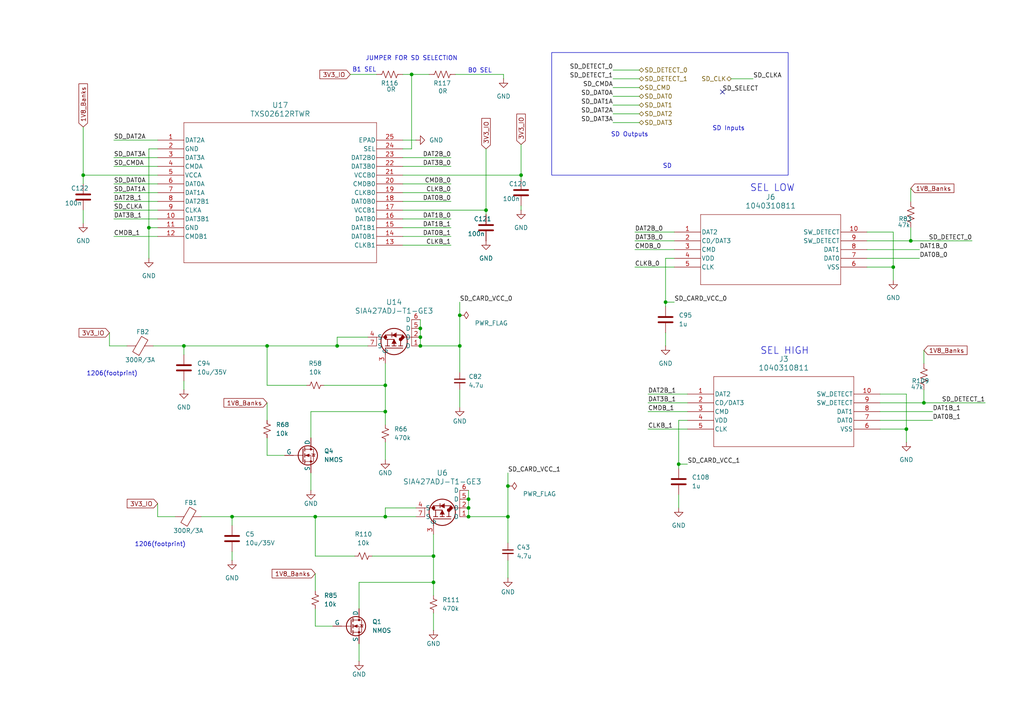
<source format=kicad_sch>
(kicad_sch (version 20231120) (generator "eeschema") (generator_version "8.0")
  (paper "A4")
  (lib_symbols
    (symbol "Device:C" (pin_numbers hide) (pin_names (offset 0.254))
      (property "Reference" "C" (at 0.635 2.54 0))
      (property "Value" "C" (at 0.635 -2.54 0))
      (symbol "C_0_1"
        (polyline (pts (xy -2.032 -0.762) (xy 2.032 -0.762)) (stroke (width 0.508)))
        (polyline (pts (xy -2.032 0.762) (xy 2.032 0.762)) (stroke (width 0.508)))
      )
      (symbol "C_1_1"
        (pin passive line (at 0 3.81 270) (length 2.794) (name "~") (number "1"))
        (pin passive line (at 0 -3.81 90) (length 2.794) (name "~") (number "2"))
      )
    )
    (symbol "Device:C_Small" (pin_numbers hide) (pin_names (offset 0.254) hide)
      (property "Reference" "C" (at 0.254 1.778 0))
      (property "Value" "C_Small" (at 0.254 -2.032 0))
      (symbol "C_Small_0_1"
        (polyline (pts (xy -1.524 -0.508) (xy 1.524 -0.508)) (stroke (width 0.3302)))
        (polyline (pts (xy -1.524 0.508) (xy 1.524 0.508)) (stroke (width 0.3048)))
      )
      (symbol "C_Small_1_1"
        (pin passive line (at 0 2.54 270) (length 2.032) (name "~") (number "1"))
        (pin passive line (at 0 -2.54 90) (length 2.032) (name "~") (number "2"))
      )
    )
    (symbol "Device:FerriteBead" (pin_numbers hide) (pin_names (offset 0))
      (property "Reference" "FB" (at -3.81 0.635 90))
      (property "Value" "FerriteBead" (at 3.81 0 90))
      (symbol "FerriteBead_0_1"
        (polyline (pts (xy 0 -1.27) (xy 0 -1.2192)))
        (polyline (pts (xy 0 1.27) (xy 0 1.2954)))
        (polyline (pts (xy -2.7686 0.4064) (xy -1.7018 2.2606) (xy 2.7686 -0.3048) (xy 1.6764 -2.159) (xy -2.7686 0.4064)))
      )
      (symbol "FerriteBead_1_1"
        (pin passive line (at 0 3.81 270) (length 2.54) (name "~") (number "1"))
        (pin passive line (at 0 -3.81 90) (length 2.54) (name "~") (number "2"))
      )
    )
    (symbol "Device:R_Small_US" (pin_numbers hide) (pin_names (offset 0.254) hide)
      (property "Reference" "R" (at 0.762 0.508 0))
      (property "Value" "R_Small_US" (at 0.762 -1.016 0))
      (symbol "R_Small_US_1_1"
        (polyline (pts (xy 0 0) (xy 1.016 -0.381) (xy 0 -0.762) (xy -1.016 -1.143) (xy 0 -1.524)))
        (polyline (pts (xy 0 1.524) (xy 1.016 1.143) (xy 0 0.762) (xy -1.016 0.381) (xy 0 0)))
        (pin passive line (at 0 2.54 270) (length 1.016) (name "~") (number "1"))
        (pin passive line (at 0 -2.54 90) (length 1.016) (name "~") (number "2"))
      )
    )
    (symbol "Device:R_US" (pin_numbers hide) (pin_names (offset 0))
      (property "Reference" "R" (at 2.54 0 90))
      (property "Value" "R_US" (at -2.54 0 90))
      (symbol "R_US_0_1"
        (polyline (pts (xy 0 -2.286) (xy 0 -2.54)))
        (polyline (pts (xy 0 2.286) (xy 0 2.54)))
        (polyline (pts (xy 0 -0.762) (xy 1.016 -1.143) (xy 0 -1.524) (xy -1.016 -1.905) (xy 0 -2.286)))
        (polyline (pts (xy 0 0.762) (xy 1.016 0.381) (xy 0 0) (xy -1.016 -0.381) (xy 0 -0.762)))
        (polyline (pts (xy 0 2.286) (xy 1.016 1.905) (xy 0 1.524) (xy -1.016 1.143) (xy 0 0.762)))
      )
      (symbol "R_US_1_1"
        (pin passive line (at 0 3.81 270) (length 1.27) (name "~") (number "1"))
        (pin passive line (at 0 -3.81 90) (length 1.27) (name "~") (number "2"))
      )
    )
    (symbol "PSEC5_ctrlbd:1040310811" (pin_names (offset 0.254))
      (property "Reference" "J" (at 27.94 10.16 0))
      (property "Value" "1040310811" (at 27.94 7.62 0))
      (symbol "1040310811_0_1"
        (polyline (pts (xy 7.62 -15.24) (xy 48.26 -15.24)) (stroke (width 0.127)))
        (polyline (pts (xy 7.62 5.08) (xy 7.62 -15.24)) (stroke (width 0.127)))
        (polyline (pts (xy 48.26 -15.24) (xy 48.26 5.08)) (stroke (width 0.127)))
        (polyline (pts (xy 48.26 5.08) (xy 7.62 5.08)) (stroke (width 0.127)))
        (pin bidirectional line (at 0 0 0) (length 7.62) (name "DAT2") (number "1"))
        (pin unspecified line (at 55.88 0 180) (length 7.62) (name "SW_DETECT") (number "10"))
        (pin bidirectional line (at 0 -2.54 0) (length 7.62) (name "CD/DAT3") (number "2"))
        (pin unspecified line (at 0 -5.08 0) (length 7.62) (name "CMD") (number "3"))
        (pin unspecified line (at 0 -10.16 0) (length 7.62) (name "CLK") (number "5"))
        (pin bidirectional line (at 55.88 -7.62 180) (length 7.62) (name "DAT0") (number "7"))
        (pin bidirectional line (at 55.88 -5.08 180) (length 7.62) (name "DAT1") (number "8"))
        (pin unspecified line (at 55.88 -2.54 180) (length 7.62) (name "SW_DETECT") (number "9"))
      )
      (symbol "1040310811_1_1"
        (pin power_in line (at 0 -7.62 0) (length 7.62) (name "VDD") (number "4"))
        (pin input line (at 55.88 -10.16 180) (length 7.62) (name "VSS") (number "6"))
      )
    )
    (symbol "PSEC5_ctrlbd:SIA427ADJ-T1-GE3" (pin_names (offset 0.254))
      (property "Reference" "U" (at 22.098 -0.762 0))
      (property "Value" "SIA427ADJ-T1-GE3" (at 22.352 -3.81 0))
      (symbol "SIA427ADJ-T1-GE3_0_1"
        (polyline (pts (xy 2.54 0) (xy 4.445 0)) (stroke (width 0.2032)))
        (polyline (pts (xy 4.445 -5.08) (xy 4.445 0)) (stroke (width 0.2032)))
        (polyline (pts (xy 5.08 -7.62) (xy 12.7 -7.62)) (stroke (width 0.127)))
        (polyline (pts (xy 5.08 -5.08) (xy 5.08 -3.81)) (stroke (width 0.2032)))
        (polyline (pts (xy 5.08 -4.445) (xy 6.985 -4.445)) (stroke (width 0.2032)))
        (polyline (pts (xy 5.08 -3.175) (xy 5.08 -1.905)) (stroke (width 0.2032)))
        (polyline (pts (xy 5.08 -1.27) (xy 5.08 0)) (stroke (width 0.2032)))
        (polyline (pts (xy 5.08 -0.635) (xy 6.985 -0.635)) (stroke (width 0.2032)))
        (polyline (pts (xy 5.08 2.54) (xy 7.62 2.54)) (stroke (width 0.127)))
        (polyline (pts (xy 5.715 -2.54) (xy 5.08 -2.54)) (stroke (width 0.2032)))
        (polyline (pts (xy 6.985 -5.08) (xy 8.255 -5.08)) (stroke (width 0.2032)))
        (polyline (pts (xy 6.985 -4.445) (xy 6.985 -5.08)) (stroke (width 0.127)))
        (polyline (pts (xy 6.985 -0.635) (xy 6.985 -2.54)) (stroke (width 0.2032)))
        (polyline (pts (xy 6.985 -0.635) (xy 6.985 0)) (stroke (width 0.2032)))
        (polyline (pts (xy 6.985 0) (xy 8.255 0)) (stroke (width 0.2032)))
        (polyline (pts (xy 7.62 -7.62) (xy 7.62 -5.08)) (stroke (width 0.127)))
        (polyline (pts (xy 7.62 2.54) (xy 7.6454 0)) (stroke (width 0.127)))
        (polyline (pts (xy 8.255 -5.08) (xy 8.255 -3.175)) (stroke (width 0.2032)))
        (polyline (pts (xy 8.255 -1.905) (xy 8.255 0)) (stroke (width 0.2032)))
        (polyline (pts (xy 8.89 -1.905) (xy 7.62 -1.905)) (stroke (width 0.2032)))
        (polyline (pts (xy 5.715 -3.175) (xy 6.985 -2.54) (xy 5.715 -1.905)) (fill (type outline)))
        (polyline (pts (xy 8.89 -3.175) (xy 7.62 -3.175) (xy 8.255 -1.905)) (fill (type outline)))
        (circle (center 6.35 -2.54) (radius 3.81) (stroke (width 0.254)))
        (circle (center 6.985 -4.445) (radius 0.0254) (stroke (width 0.508)))
        (circle (center 7.62 -5.08) (radius 0.0254) (stroke (width 0.508)))
        (circle (center 7.62 0) (radius 0.0254) (stroke (width 0.508)))
        (pin unspecified line (at 5.08 -10.16 90) (length 2.54) (name "D") (number "1"))
        (pin unspecified line (at 7.62 -10.16 90) (length 2.54) (name "D") (number "2"))
        (pin unspecified line (at 0 0 0) (length 2.54) (name "G") (number "3"))
        (pin unspecified line (at 7.62 5.08 270) (length 2.54) (name "S") (number "4"))
        (pin unspecified line (at 10.16 -10.16 90) (length 2.54) (name "D") (number "5"))
        (pin unspecified line (at 12.7 -10.16 90) (length 2.54) (name "D") (number "6"))
        (pin unspecified line (at 5.08 5.08 270) (length 2.54) (name "S") (number "7"))
      )
    )
    (symbol "PSEC5_ctrlbd:TXS02612RTWR" (pin_names (offset 0.254))
      (property "Reference" "U" (at 35.56 10.16 0))
      (property "Value" "TXS02612RTWR" (at 35.56 7.62 0))
      (symbol "TXS02612RTWR_0_1"
        (polyline (pts (xy 7.62 -35.56) (xy 63.5 -35.56)) (stroke (width 0.127)))
        (polyline (pts (xy 7.62 5.08) (xy 7.62 -35.56)) (stroke (width 0.127)))
        (polyline (pts (xy 63.5 -35.56) (xy 63.5 5.08)) (stroke (width 0.127)))
        (polyline (pts (xy 63.5 5.08) (xy 7.62 5.08)) (stroke (width 0.127)))
        (pin bidirectional line (at 0 0 0) (length 7.62) (name "DAT2A") (number "1"))
        (pin bidirectional line (at 0 -22.86 0) (length 7.62) (name "DAT3B1") (number "10"))
        (pin power_in line (at 0 -25.4 0) (length 7.62) (name "GND") (number "11"))
        (pin bidirectional line (at 0 -27.94 0) (length 7.62) (name "CMDB1") (number "12"))
        (pin output line (at 71.12 -30.48 180) (length 7.62) (name "CLKB1") (number "13"))
        (pin bidirectional line (at 71.12 -27.94 180) (length 7.62) (name "DAT0B1") (number "14"))
        (pin bidirectional line (at 71.12 -25.4 180) (length 7.62) (name "DAT1B1") (number "15"))
        (pin bidirectional line (at 71.12 -22.86 180) (length 7.62) (name "DATB0") (number "16"))
        (pin power_in line (at 71.12 -20.32 180) (length 7.62) (name "VCCB1") (number "17"))
        (pin bidirectional line (at 71.12 -17.78 180) (length 7.62) (name "DAT0B0") (number "18"))
        (pin output line (at 71.12 -15.24 180) (length 7.62) (name "CLKB0") (number "19"))
        (pin power_in line (at 0 -2.54 0) (length 7.62) (name "GND") (number "2"))
        (pin bidirectional line (at 71.12 -12.7 180) (length 7.62) (name "CMDB0") (number "20"))
        (pin power_in line (at 71.12 -10.16 180) (length 7.62) (name "VCCB0") (number "21"))
        (pin bidirectional line (at 71.12 -7.62 180) (length 7.62) (name "DAT3B0") (number "22"))
        (pin bidirectional line (at 71.12 -5.08 180) (length 7.62) (name "DAT2B0") (number "23"))
        (pin bidirectional line (at 71.12 -2.54 180) (length 7.62) (name "SEL") (number "24"))
        (pin unspecified line (at 71.12 0 180) (length 7.62) (name "EPAD") (number "25"))
        (pin bidirectional line (at 0 -5.08 0) (length 7.62) (name "DAT3A") (number "3"))
        (pin bidirectional line (at 0 -7.62 0) (length 7.62) (name "CMDA") (number "4"))
        (pin power_in line (at 0 -10.16 0) (length 7.62) (name "VCCA") (number "5"))
        (pin bidirectional line (at 0 -12.7 0) (length 7.62) (name "DAT0A") (number "6"))
        (pin bidirectional line (at 0 -15.24 0) (length 7.62) (name "DAT1A") (number "7"))
        (pin bidirectional line (at 0 -17.78 0) (length 7.62) (name "DAT2B1") (number "8"))
        (pin input line (at 0 -20.32 0) (length 7.62) (name "CLKA") (number "9"))
      )
    )
    (symbol "Simulation_SPICE:NMOS" (pin_numbers hide) (pin_names (offset 0))
      (property "Reference" "Q" (at 5.08 1.27 0))
      (property "Value" "NMOS" (at 5.08 -1.27 0))
      (symbol "NMOS_0_1"
        (polyline (pts (xy 0.254 0) (xy -2.54 0)))
        (polyline (pts (xy 0.254 1.905) (xy 0.254 -1.905)) (stroke (width 0.254)))
        (polyline (pts (xy 0.762 -1.27) (xy 0.762 -2.286)) (stroke (width 0.254)))
        (polyline (pts (xy 0.762 0.508) (xy 0.762 -0.508)) (stroke (width 0.254)))
        (polyline (pts (xy 0.762 2.286) (xy 0.762 1.27)) (stroke (width 0.254)))
        (polyline (pts (xy 2.54 2.54) (xy 2.54 1.778)))
        (polyline (pts (xy 2.54 -2.54) (xy 2.54 0) (xy 0.762 0)))
        (polyline (pts (xy 0.762 -1.778) (xy 3.302 -1.778) (xy 3.302 1.778) (xy 0.762 1.778)))
        (polyline (pts (xy 1.016 0) (xy 2.032 0.381) (xy 2.032 -0.381) (xy 1.016 0)) (fill (type outline)))
        (polyline (pts (xy 2.794 0.508) (xy 2.921 0.381) (xy 3.683 0.381) (xy 3.81 0.254)))
        (polyline (pts (xy 3.302 0.381) (xy 2.921 -0.254) (xy 3.683 -0.254) (xy 3.302 0.381)))
        (circle (center 1.651 0) (radius 2.794) (stroke (width 0.254)))
        (circle (center 2.54 -1.778) (radius 0.254) (fill (type outline)))
        (circle (center 2.54 1.778) (radius 0.254) (fill (type outline)))
      )
      (symbol "NMOS_1_1"
        (pin passive line (at 2.54 5.08 270) (length 2.54) (name "D") (number "1"))
        (pin input line (at -5.08 0 0) (length 2.54) (name "G") (number "2"))
        (pin passive line (at 2.54 -5.08 90) (length 2.54) (name "S") (number "3"))
      )
    )
    (symbol "power:GND" (power) (pin_numbers hide) (pin_names (offset 0) hide)
      (property "Value" "GND" (at 0 -3.81 0))
      (symbol "GND_0_1"
        (polyline (pts (xy 0 0) (xy 0 -1.27) (xy 1.27 -1.27) (xy 0 -2.54) (xy -1.27 -1.27) (xy 0 -1.27)))
      )
      (symbol "GND_1_1"
        (pin power_in line (at 0 0 270) (length 0) (name "~") (number "1"))
      )
    )
    (symbol "power:PWR_FLAG" (power) (pin_numbers hide) (pin_names (offset 0) hide)
      (property "Value" "PWR_FLAG" (at 0 3.81 0))
      (symbol "PWR_FLAG_0_0"
        (pin power_out line (at 0 0 90) (length 0) (name "~") (number "1"))
      )
      (symbol "PWR_FLAG_0_1"
        (polyline (pts (xy 0 0) (xy 0 1.27) (xy -1.016 1.905) (xy 0 2.54) (xy 1.016 1.905) (xy 0 1.27)))
      )
    )
  )
  (junction (at 135.89 144.78))
  (junction (at 133.35 100.33))
  (junction (at 259.08 77.47))
  (junction (at 135.89 149.86))
  (junction (at 264.16 69.85))
  (junction (at 140.97 60.96))
  (junction (at 67.31 149.86))
  (junction (at 262.89 124.46))
  (junction (at 267.97 116.84))
  (junction (at 111.76 111.76))
  (junction (at 111.76 119.38))
  (junction (at 111.76 149.86))
  (junction (at 53.34 100.33))
  (junction (at 97.79 100.33))
  (junction (at 125.73 161.29))
  (junction (at 121.92 100.33))
  (junction (at 196.85 134.62))
  (junction (at 125.73 168.91))
  (junction (at 121.92 97.79))
  (junction (at 135.89 147.32))
  (junction (at 151.13 50.8))
  (junction (at 43.18 66.04))
  (junction (at 119.38 21.59))
  (junction (at 133.35 91.44))
  (junction (at 91.44 149.86))
  (junction (at 147.32 140.97))
  (junction (at 121.92 95.25))
  (junction (at 77.47 100.33))
  (junction (at 193.04 87.63))
  (junction (at 147.32 149.86))
  (junction (at 24.13 50.8))
  (no_connect (at 209.55 26.67))
  (wire (pts (xy 133.35 100.33) (xy 133.35 107.95)))
  (wire (pts (xy 177.8 30.48) (xy 185.42 30.48)))
  (wire (pts (xy 140.97 60.96) (xy 140.97 62.23)))
  (wire (pts (xy 33.02 60.96) (xy 45.72 60.96)))
  (wire (pts (xy 177.8 27.94) (xy 185.42 27.94)))
  (wire (pts (xy 264.16 69.85) (xy 281.94 69.85)))
  (wire (pts (xy 33.02 40.64) (xy 45.72 40.64)))
  (wire (pts (xy 77.47 111.76) (xy 88.9 111.76)))
  (wire (pts (xy 116.84 50.8) (xy 151.13 50.8)))
  (wire (pts (xy 53.34 100.33) (xy 53.34 102.87)))
  (wire (pts (xy 44.45 100.33) (xy 53.34 100.33)))
  (wire (pts (xy 184.15 72.39) (xy 195.58 72.39)))
  (wire (pts (xy 255.27 119.38) (xy 270.51 119.38)))
  (wire (pts (xy 116.84 43.18) (xy 119.38 43.18)))
  (wire (pts (xy 151.13 41.91) (xy 151.13 50.8)))
  (wire (pts (xy 33.02 55.88) (xy 45.72 55.88)))
  (wire (pts (xy 251.46 74.93) (xy 266.7 74.93)))
  (wire (pts (xy 135.89 147.32) (xy 135.89 149.86)))
  (wire (pts (xy 116.84 21.59) (xy 119.38 21.59)))
  (wire (pts (xy 119.38 21.59) (xy 124.46 21.59)))
  (wire (pts (xy 147.32 140.97) (xy 147.32 149.86)))
  (wire (pts (xy 33.02 53.34) (xy 45.72 53.34)))
  (wire (pts (xy 120.65 147.32) (xy 111.76 147.32)))
  (wire (pts (xy 67.31 149.86) (xy 67.31 152.4)))
  (wire (pts (xy 262.89 114.3) (xy 262.89 124.46)))
  (wire (pts (xy 121.92 92.71) (xy 121.92 95.25)))
  (wire (pts (xy 33.02 68.58) (xy 45.72 68.58)))
  (wire (pts (xy 53.34 100.33) (xy 77.47 100.33)))
  (wire (pts (xy 187.96 114.3) (xy 199.39 114.3)))
  (wire (pts (xy 116.84 63.5) (xy 130.81 63.5)))
  (wire (pts (xy 259.08 77.47) (xy 259.08 81.28)))
  (wire (pts (xy 147.32 162.56) (xy 147.32 167.64)))
  (wire (pts (xy 125.73 154.94) (xy 125.73 161.29)))
  (wire (pts (xy 212.09 22.86) (xy 218.44 22.86)))
  (wire (pts (xy 116.84 60.96) (xy 140.97 60.96)))
  (wire (pts (xy 24.13 50.8) (xy 24.13 53.34)))
  (wire (pts (xy 255.27 116.84) (xy 267.97 116.84)))
  (wire (pts (xy 184.15 69.85) (xy 195.58 69.85)))
  (wire (pts (xy 111.76 128.27) (xy 111.76 133.35)))
  (wire (pts (xy 259.08 77.47) (xy 251.46 77.47)))
  (wire (pts (xy 104.14 186.69) (xy 104.14 191.77)))
  (wire (pts (xy 67.31 149.86) (xy 91.44 149.86)))
  (wire (pts (xy 177.8 35.56) (xy 185.42 35.56)))
  (wire (pts (xy 196.85 134.62) (xy 199.39 134.62)))
  (wire (pts (xy 132.08 21.59) (xy 146.05 21.59)))
  (wire (pts (xy 184.15 67.31) (xy 195.58 67.31)))
  (wire (pts (xy 187.96 124.46) (xy 199.39 124.46)))
  (wire (pts (xy 133.35 91.44) (xy 133.35 100.33)))
  (wire (pts (xy 121.92 100.33) (xy 133.35 100.33)))
  (wire (pts (xy 93.98 111.76) (xy 111.76 111.76)))
  (wire (pts (xy 31.75 96.52) (xy 31.75 100.33)))
  (wire (pts (xy 111.76 147.32) (xy 111.76 149.86)))
  (wire (pts (xy 255.27 121.92) (xy 270.51 121.92)))
  (wire (pts (xy 116.84 58.42) (xy 130.81 58.42)))
  (wire (pts (xy 251.46 67.31) (xy 259.08 67.31)))
  (wire (pts (xy 267.97 113.03) (xy 267.97 116.84)))
  (wire (pts (xy 53.34 110.49) (xy 53.34 113.03)))
  (wire (pts (xy 106.68 97.79) (xy 97.79 97.79)))
  (wire (pts (xy 251.46 69.85) (xy 264.16 69.85)))
  (wire (pts (xy 133.35 87.63) (xy 133.35 91.44)))
  (wire (pts (xy 151.13 52.07) (xy 151.13 50.8)))
  (wire (pts (xy 116.84 68.58) (xy 130.81 68.58)))
  (wire (pts (xy 91.44 149.86) (xy 111.76 149.86)))
  (wire (pts (xy 119.38 21.59) (xy 119.38 43.18)))
  (wire (pts (xy 135.89 149.86) (xy 147.32 149.86)))
  (wire (pts (xy 33.02 45.72) (xy 45.72 45.72)))
  (wire (pts (xy 121.92 95.25) (xy 121.92 97.79)))
  (wire (pts (xy 135.89 142.24) (xy 135.89 144.78)))
  (wire (pts (xy 264.16 54.61) (xy 264.16 58.42)))
  (wire (pts (xy 45.72 50.8) (xy 24.13 50.8)))
  (wire (pts (xy 177.8 20.32) (xy 185.42 20.32)))
  (wire (pts (xy 177.8 22.86) (xy 185.42 22.86)))
  (wire (pts (xy 187.96 116.84) (xy 199.39 116.84)))
  (wire (pts (xy 193.04 87.63) (xy 195.58 87.63)))
  (wire (pts (xy 90.17 119.38) (xy 111.76 119.38)))
  (wire (pts (xy 267.97 101.6) (xy 267.97 105.41)))
  (wire (pts (xy 45.72 149.86) (xy 50.8 149.86)))
  (wire (pts (xy 195.58 74.93) (xy 193.04 74.93)))
  (wire (pts (xy 116.84 53.34) (xy 130.81 53.34)))
  (wire (pts (xy 193.04 74.93) (xy 193.04 87.63)))
  (wire (pts (xy 187.96 119.38) (xy 199.39 119.38)))
  (wire (pts (xy 77.47 100.33) (xy 97.79 100.33)))
  (wire (pts (xy 267.97 116.84) (xy 285.75 116.84)))
  (wire (pts (xy 111.76 105.41) (xy 111.76 111.76)))
  (wire (pts (xy 24.13 36.83) (xy 24.13 50.8)))
  (wire (pts (xy 31.75 100.33) (xy 36.83 100.33)))
  (wire (pts (xy 91.44 166.37) (xy 91.44 171.45)))
  (wire (pts (xy 91.44 149.86) (xy 91.44 161.29)))
  (wire (pts (xy 147.32 137.16) (xy 147.32 140.97)))
  (wire (pts (xy 193.04 87.63) (xy 193.04 88.9)))
  (wire (pts (xy 177.8 33.02) (xy 185.42 33.02)))
  (wire (pts (xy 259.08 67.31) (xy 259.08 77.47)))
  (wire (pts (xy 251.46 72.39) (xy 266.7 72.39)))
  (wire (pts (xy 125.73 168.91) (xy 125.73 172.72)))
  (wire (pts (xy 58.42 149.86) (xy 67.31 149.86)))
  (wire (pts (xy 116.84 71.12) (xy 130.81 71.12)))
  (wire (pts (xy 264.16 66.04) (xy 264.16 69.85)))
  (wire (pts (xy 43.18 66.04) (xy 43.18 74.93)))
  (wire (pts (xy 111.76 119.38) (xy 111.76 123.19)))
  (wire (pts (xy 133.35 113.03) (xy 133.35 118.11)))
  (wire (pts (xy 125.73 161.29) (xy 125.73 168.91)))
  (wire (pts (xy 116.84 45.72) (xy 130.81 45.72)))
  (wire (pts (xy 125.73 177.8) (xy 125.73 182.88)))
  (wire (pts (xy 97.79 97.79) (xy 97.79 100.33)))
  (wire (pts (xy 116.84 55.88) (xy 130.81 55.88)))
  (wire (pts (xy 135.89 144.78) (xy 135.89 147.32)))
  (wire (pts (xy 33.02 63.5) (xy 45.72 63.5)))
  (wire (pts (xy 24.13 60.96) (xy 24.13 64.77)))
  (wire (pts (xy 43.18 43.18) (xy 43.18 66.04)))
  (wire (pts (xy 184.15 77.47) (xy 195.58 77.47)))
  (wire (pts (xy 104.14 176.53) (xy 104.14 168.91)))
  (wire (pts (xy 101.6 21.59) (xy 109.22 21.59)))
  (wire (pts (xy 77.47 127) (xy 77.47 132.08)))
  (wire (pts (xy 33.02 58.42) (xy 45.72 58.42)))
  (wire (pts (xy 146.05 21.59) (xy 146.05 22.86)))
  (wire (pts (xy 199.39 121.92) (xy 196.85 121.92)))
  (wire (pts (xy 121.92 97.79) (xy 121.92 100.33)))
  (wire (pts (xy 77.47 116.84) (xy 77.47 121.92)))
  (wire (pts (xy 196.85 143.51) (xy 196.85 147.32)))
  (wire (pts (xy 91.44 161.29) (xy 102.87 161.29)))
  (wire (pts (xy 147.32 149.86) (xy 147.32 157.48)))
  (wire (pts (xy 77.47 132.08) (xy 82.55 132.08)))
  (wire (pts (xy 45.72 66.04) (xy 43.18 66.04)))
  (wire (pts (xy 45.72 43.18) (xy 43.18 43.18)))
  (wire (pts (xy 33.02 48.26) (xy 45.72 48.26)))
  (wire (pts (xy 107.95 161.29) (xy 125.73 161.29)))
  (wire (pts (xy 196.85 134.62) (xy 196.85 135.89)))
  (wire (pts (xy 90.17 127) (xy 90.17 119.38)))
  (wire (pts (xy 77.47 100.33) (xy 77.47 111.76)))
  (wire (pts (xy 111.76 149.86) (xy 120.65 149.86)))
  (wire (pts (xy 116.84 66.04) (xy 130.81 66.04)))
  (wire (pts (xy 255.27 114.3) (xy 262.89 114.3)))
  (wire (pts (xy 90.17 137.16) (xy 90.17 142.24)))
  (wire (pts (xy 67.31 160.02) (xy 67.31 162.56)))
  (wire (pts (xy 97.79 100.33) (xy 106.68 100.33)))
  (wire (pts (xy 193.04 96.52) (xy 193.04 100.33)))
  (wire (pts (xy 196.85 121.92) (xy 196.85 134.62)))
  (wire (pts (xy 151.13 59.69) (xy 151.13 60.96)))
  (wire (pts (xy 116.84 48.26) (xy 130.81 48.26)))
  (wire (pts (xy 104.14 168.91) (xy 125.73 168.91)))
  (wire (pts (xy 262.89 124.46) (xy 262.89 128.27)))
  (wire (pts (xy 262.89 124.46) (xy 255.27 124.46)))
  (wire (pts (xy 177.8 25.4) (xy 185.42 25.4)))
  (wire (pts (xy 91.44 181.61) (xy 96.52 181.61)))
  (wire (pts (xy 91.44 176.53) (xy 91.44 181.61)))
  (wire (pts (xy 45.72 146.05) (xy 45.72 149.86)))
  (wire (pts (xy 111.76 111.76) (xy 111.76 119.38)))
  (wire (pts (xy 140.97 60.96) (xy 140.97 43.18)))
  (wire (pts (xy 116.84 40.64) (xy 120.65 40.64)))
  (rectangle (start 160.02 15.24) (end 228.6 50.8))
  (text "SD Inputs" (at 211.328 37.338 0) (effects (font (size 1.27 1.27))))
  (text "SEL HIGH" (at 227.584 101.854 0) (effects (font (size 2 2))))
  (text "SD" (at 193.548 48.26 0) (effects (font (size 1.27 1.27))))
  (text "1206(footprint)" (at 32.512 108.458 0) (effects (font (size 1.27 1.27))))
  (text "JUMPER FOR SD SELECTION" (at 119.38 17.018 0) (effects (font (size 1.27 1.27))))
  (text "B0 SEL" (at 139.192 20.574 0) (effects (font (size 1.27 1.27))))
  (text "B1 SEL\n" (at 105.664 20.32 0) (effects (font (size 1.27 1.27))))
  (text "1206(footprint)" (at 46.482 157.988 0) (effects (font (size 1.27 1.27))))
  (text "SEL LOW\n" (at 224.028 54.61 0) (effects (font (size 2 2))))
  (text "SD Outputs\n" (at 182.626 39.116 0) (effects (font (size 1.27 1.27))))
  (label "SD_DETECT_1" (at 285.75 116.84 180))
  (label "SD_CMDA" (at 177.8 25.4 180))
  (label "SD_CARD_VCC_0" (at 195.58 87.63 0))
  (label "DAT1B_1" (at 270.51 119.38 0))
  (label "DAT3B_0" (at 130.81 48.26 180))
  (label "CLKB_0" (at 130.81 55.88 180))
  (label "DAT1B_0" (at 266.7 72.39 0))
  (label "DAT2B_1" (at 187.96 114.3 0))
  (label "SD_DETECT_1" (at 177.8 22.86 180))
  (label "DAT3B_0" (at 184.15 69.85 0))
  (label "DAT1B_0" (at 130.81 63.5 180))
  (label "CLKB_1" (at 130.81 71.12 180))
  (label "DAT0B_1" (at 270.51 121.92 0))
  (label "CMDB_1" (at 33.02 68.58 0))
  (label "DAT3B_1" (at 187.96 116.84 0))
  (label "DAT0B_0" (at 130.81 58.42 180))
  (label "CMDB_0" (at 184.15 72.39 0))
  (label "DAT0B_0" (at 266.7 74.93 0))
  (label "SD_CARD_VCC_1" (at 199.39 134.62 0))
  (label "SD_SELECT" (at 209.55 26.67 0))
  (label "SD_CARD_VCC_0" (at 133.35 87.63 0))
  (label "CMDB_0" (at 130.81 53.34 180))
  (label "SD_DAT2A" (at 177.8 33.02 180))
  (label "CLKB_0" (at 184.15 77.47 0))
  (label "SD_CLKA" (at 218.44 22.86 0))
  (label "SD_CARD_VCC_1" (at 147.32 137.16 0))
  (label "SD_CLKA" (at 33.02 60.96 0))
  (label "CMDB_1" (at 187.96 119.38 0))
  (label "DAT1B_1" (at 130.81 66.04 180))
  (label "SD_CMDA" (at 33.02 48.26 0))
  (label "DAT2B_0" (at 130.81 45.72 180))
  (label "SD_DETECT_0" (at 281.94 69.85 180))
  (label "CLKB_1" (at 187.96 124.46 0))
  (label "SD_DETECT_0" (at 177.8 20.32 180))
  (label "SD_DAT1A" (at 33.02 55.88 0))
  (label "SD_DAT0A" (at 33.02 53.34 0))
  (label "DAT0B_1" (at 130.81 68.58 180))
  (label "SD_DAT2A" (at 33.02 40.64 0))
  (label "SD_DAT3A" (at 177.8 35.56 180))
  (label "SD_DAT0A" (at 177.8 27.94 180))
  (label "SD_DAT3A" (at 33.02 45.72 0))
  (label "DAT3B_1" (at 33.02 63.5 0))
  (label "DAT2B_1" (at 33.02 58.42 0))
  (label "SD_DAT1A" (at 177.8 30.48 180))
  (label "DAT2B_0" (at 184.15 67.31 0))
  (global_label "1V8_Banks" (shape input) (at 77.47 116.84 180) (property "Intersheetrefs" "${INTERSHEET_REFS}" (effects (hide yes))))
  (global_label "1V8_Banks" (shape input) (at 24.13 36.83 90) (property "Intersheetrefs" "${INTERSHEET_REFS}" (effects (hide yes))))
  (global_label "3V3_IO" (shape input) (at 151.13 41.91 90) (property "Intersheetrefs" "${INTERSHEET_REFS}" (effects (hide yes))))
  (global_label "1V8_Banks" (shape input) (at 91.44 166.37 180) (property "Intersheetrefs" "${INTERSHEET_REFS}" (effects (hide yes))))
  (global_label "3V3_IO" (shape input) (at 140.97 43.18 90) (property "Intersheetrefs" "${INTERSHEET_REFS}" (effects (hide yes))))
  (global_label "3V3_IO" (shape input) (at 101.6 21.59 180) (property "Intersheetrefs" "${INTERSHEET_REFS}" (effects (hide yes))))
  (global_label "1V8_Banks" (shape input) (at 267.97 101.6 0) (property "Intersheetrefs" "${INTERSHEET_REFS}" (effects (hide yes))))
  (global_label "1V8_Banks" (shape input) (at 264.16 54.61 0) (property "Intersheetrefs" "${INTERSHEET_REFS}" (effects (hide yes))))
  (global_label "3V3_IO" (shape input) (at 45.72 146.05 180) (property "Intersheetrefs" "${INTERSHEET_REFS}" (effects (hide yes))))
  (global_label "3V3_IO" (shape input) (at 31.75 96.52 180) (property "Intersheetrefs" "${INTERSHEET_REFS}" (effects (hide yes))))
  (hierarchical_label "SD_DAT1" (shape bidirectional) (at 185.42 30.48 0))
  (hierarchical_label "SD_DAT0" (shape bidirectional) (at 185.42 27.94 0))
  (hierarchical_label "SD_CMD" (shape bidirectional) (at 185.42 25.4 0))
  (hierarchical_label "SD_DAT2" (shape bidirectional) (at 185.42 33.02 0))
  (hierarchical_label "SD_CLK" (shape bidirectional) (at 212.09 22.86 180))
  (hierarchical_label "SD_DETECT_0" (shape bidirectional) (at 185.42 20.32 0))
  (hierarchical_label "SD_DAT3" (shape bidirectional) (at 185.42 35.56 0))
  (hierarchical_label "SD_DETECT_1" (shape bidirectional) (at 185.42 22.86 0))
  (symbol (lib_id "Device:R_US") (at 128.27 21.59 90) (unit 1)
    (property "Reference" "R117" (at 130.81 24.13 90) (effects (justify left)))
    (property "Value" "0R" (at 129.794 26.416 90) (effects (justify left)))
    (property "Footprint" "Resistor_SMD:R_0603_1608Metric" (effects (hide yes)))
    (property "Description" "Resistor, US symbol" (effects (hide yes)))
  )
  (symbol (lib_id "power:GND") (at 90.17 142.24 0) (unit 1)
    (property "Reference" "#PWR058" (effects (hide yes)))
    (property "Value" "GND" (at 90.17 146.05 0))
    (property "Description" "Power symbol creates a global label with name \"GND\" , ground" (effects (hide yes)))
  )
  (symbol (lib_id "power:GND") (at 125.73 182.88 0) (unit 1)
    (property "Reference" "#PWR0114" (effects (hide yes)))
    (property "Value" "GND" (at 125.73 186.69 0))
    (property "Description" "Power symbol creates a global label with name \"GND\" , ground" (effects (hide yes)))
  )
  (symbol (lib_id "Device:C") (at 196.85 139.7 0) (unit 1)
    (property "Reference" "C108" (at 200.66 138.4299 0) (effects (justify left)))
    (property "Value" "1u" (at 200.66 140.9699 0) (effects (justify left)))
    (property "Footprint" "Capacitor_SMD:C_0603_1608Metric" (effects (hide yes)))
    (property "Description" "Unpolarized capacitor" (effects (hide yes)))
  )
  (symbol (lib_id "power:GND") (at 133.35 118.11 0) (unit 1)
    (property "Reference" "#PWR048" (effects (hide yes)))
    (property "Value" "GND" (at 133.35 122.174 0))
    (property "Description" "Power symbol creates a global label with name \"GND\" , ground" (effects (hide yes)))
  )
  (symbol (lib_id "PSEC5_ctrlbd:SIA427ADJ-T1-GE3") (at 125.73 154.94 90) (unit 1)
    (property "Reference" "U6" (at 128.27 137.16 90) (effects (font (size 1.524 1.524))))
    (property "Value" "SIA427ADJ-T1-GE3" (at 128.27 139.7 90) (effects (font (size 1.524 1.524))))
    (property "Footprint" "SIA427ADJ_T1_GE3:SON_1DJ-T1-GE3_VIS" (effects (hide yes)))
    (property "Datasheet" "SIA427ADJ-T1-GE3" (effects (hide yes)))
  )
  (symbol (lib_id "Device:R_US") (at 113.03 21.59 90) (unit 1)
    (property "Reference" "R116" (at 115.57 24.13 90) (effects (justify left)))
    (property "Value" "0R" (at 114.808 25.908 90) (effects (justify left)))
    (property "Footprint" "Resistor_SMD:R_0603_1608Metric" (effects (hide yes)))
    (property "Description" "Resistor, US symbol" (effects (hide yes)))
  )
  (symbol (lib_id "PSEC5_ctrlbd:1040310811") (at 199.39 114.3 0) (unit 1)
    (property "Reference" "J3" (at 227.33 104.14 0) (effects (font (size 1.524 1.524))))
    (property "Value" "1040310811" (at 227.33 106.68 0) (effects (font (size 1.524 1.524))))
    (property "Footprint" "1040310811:104031-0811_MOL" (effects (hide yes)))
    (property "Datasheet" "1040310811" (effects (hide yes)))
  )
  (symbol (lib_id "power:GND") (at 146.05 22.86 0) (unit 1)
    (property "Reference" "#PWR067" (effects (hide yes)))
    (property "Value" "GND" (at 146.05 27.94 0))
    (property "Description" "Power symbol creates a global label with name \"GND\" , ground" (effects (hide yes)))
  )
  (symbol (lib_id "power:GND") (at 151.13 60.96 0) (unit 1)
    (property "Reference" "#PWR0123" (effects (hide yes)))
    (property "Value" "GND" (at 151.13 66.04 0))
    (property "Description" "Power symbol creates a global label with name \"GND\" , ground" (effects (hide yes)))
  )
  (symbol (lib_id "PSEC5_ctrlbd:TXS02612RTWR") (at 45.72 40.64 0) (unit 1)
    (property "Reference" "U17" (at 81.28 30.48 0) (effects (font (size 1.524 1.524))))
    (property "Value" "TXS02612RTWR" (at 81.28 33.02 0) (effects (font (size 1.524 1.524))))
    (property "Footprint" "TXS02612RTWR:RTW24_2P45X2P45" (effects (hide yes)))
    (property "Datasheet" "TXS02612RTWR" (effects (hide yes)))
  )
  (symbol (lib_id "power:GND") (at 111.76 133.35 0) (unit 1)
    (property "Reference" "#PWR050" (effects (hide yes)))
    (property "Value" "GND" (at 111.76 137.16 0))
    (property "Description" "Power symbol creates a global label with name \"GND\" , ground" (effects (hide yes)))
  )
  (symbol (lib_id "power:GND") (at 67.31 162.56 0) (unit 1)
    (property "Reference" "#PWR070" (effects (hide yes)))
    (property "Value" "GND" (at 67.31 167.64 0))
    (property "Description" "Power symbol creates a global label with name \"GND\" , ground" (effects (hide yes)))
  )
  (symbol (lib_id "Device:R_Small_US") (at 77.47 124.46 0) (unit 1)
    (property "Reference" "R68" (at 80.01 123.1899 0) (effects (justify left)))
    (property "Value" "10k" (at 80.01 125.7299 0) (effects (justify left)))
    (property "Footprint" "Resistor_SMD:R_0603_1608Metric" (effects (hide yes)))
    (property "Description" "Resistor, small US symbol" (effects (hide yes)))
  )
  (symbol (lib_id "Device:R_Small_US") (at 111.76 125.73 0) (unit 1)
    (property "Reference" "R66" (at 114.3 124.4599 0) (effects (justify left)))
    (property "Value" "470k" (at 114.3 126.9999 0) (effects (justify left)))
    (property "Footprint" "Resistor_SMD:R_0603_1608Metric" (effects (hide yes)))
    (property "Description" "Resistor, small US symbol" (effects (hide yes)))
  )
  (symbol (lib_id "Device:C") (at 140.97 66.04 0) (unit 1)
    (property "Reference" "C121" (at 137.414 63.5 0) (effects (justify left)))
    (property "Value" "100n" (at 135.636 67.818 0) (effects (justify left)))
    (property "Footprint" "Capacitor_SMD:C_0603_1608Metric" (effects (hide yes)))
    (property "Description" "Unpolarized capacitor" (effects (hide yes)))
  )
  (symbol (lib_id "Device:C") (at 67.31 156.21 0) (unit 1)
    (property "Reference" "C5" (at 71.12 154.9399 0) (effects (justify left)))
    (property "Value" "10u/35V" (at 71.12 157.4799 0) (effects (justify left)))
    (property "Footprint" "Capacitor_SMD:C_0603_1608Metric" (effects (hide yes)))
    (property "Description" "Unpolarized capacitor" (effects (hide yes)))
  )
  (symbol (lib_id "Simulation_SPICE:NMOS") (at 87.63 132.08 0) (unit 1)
    (property "Reference" "Q4" (at 93.98 130.8099 0) (effects (justify left)))
    (property "Value" "NMOS" (at 93.98 133.3499 0) (effects (justify left)))
    (property "Footprint" "SI2342DS_T1_GE3:SOT-23_TO-236_VIS" (effects (hide yes)))
    (property "Datasheet" "https://ngspice.sourceforge.io/docs/ngspice-html-manual/manual.xhtml#cha_MOSFETs" (effects (hide yes)))
    (property "Description" "N-MOSFET transistor, drain/source/gate" (effects (hide yes)))
    (property "Sim.Device" "NMOS" (effects (hide yes)))
    (property "Sim.Type" "VDMOS" (effects (hide yes)))
    (property "Sim.Pins" "1=D 2=G 3=S" (effects (hide yes)))
  )
  (symbol (lib_id "power:GND") (at 196.85 147.32 0) (unit 1)
    (property "Reference" "#PWR0121" (effects (hide yes)))
    (property "Value" "GND" (at 196.85 152.4 0))
    (property "Description" "Power symbol creates a global label with name \"GND\" , ground" (effects (hide yes)))
  )
  (symbol (lib_id "power:GND") (at 193.04 100.33 0) (unit 1)
    (property "Reference" "#PWR072" (effects (hide yes)))
    (property "Value" "GND" (at 193.04 105.41 0))
    (property "Description" "Power symbol creates a global label with name \"GND\" , ground" (effects (hide yes)))
  )
  (symbol (lib_id "Device:R_Small_US") (at 125.73 175.26 0) (unit 1)
    (property "Reference" "R111" (at 128.27 173.9899 0) (effects (justify left)))
    (property "Value" "470k" (at 128.27 176.5299 0) (effects (justify left)))
    (property "Footprint" "Resistor_SMD:R_0603_1608Metric" (effects (hide yes)))
    (property "Description" "Resistor, small US symbol" (effects (hide yes)))
  )
  (symbol (lib_id "Simulation_SPICE:NMOS") (at 101.6 181.61 0) (unit 1)
    (property "Reference" "Q1" (at 107.95 180.3399 0) (effects (justify left)))
    (property "Value" "NMOS" (at 107.95 182.8799 0) (effects (justify left)))
    (property "Footprint" "SI2342DS_T1_GE3:SOT-23_TO-236_VIS" (effects (hide yes)))
    (property "Datasheet" "https://ngspice.sourceforge.io/docs/ngspice-html-manual/manual.xhtml#cha_MOSFETs" (effects (hide yes)))
    (property "Description" "N-MOSFET transistor, drain/source/gate" (effects (hide yes)))
    (property "Sim.Device" "NMOS" (effects (hide yes)))
    (property "Sim.Type" "VDMOS" (effects (hide yes)))
    (property "Sim.Pins" "1=D 2=G 3=S" (effects (hide yes)))
  )
  (symbol (lib_id "power:GND") (at 259.08 81.28 0) (unit 1)
    (property "Reference" "#PWR073" (effects (hide yes)))
    (property "Value" "GND" (at 259.08 86.36 0))
    (property "Description" "Power symbol creates a global label with name \"GND\" , ground" (effects (hide yes)))
  )
  (symbol (lib_id "Device:R_Small_US") (at 91.44 173.99 0) (unit 1)
    (property "Reference" "R85" (at 93.98 172.7199 0) (effects (justify left)))
    (property "Value" "10k" (at 93.98 175.2599 0) (effects (justify left)))
    (property "Footprint" "Resistor_SMD:R_0603_1608Metric" (effects (hide yes)))
    (property "Description" "Resistor, small US symbol" (effects (hide yes)))
  )
  (symbol (lib_id "power:GND") (at 43.18 74.93 0) (unit 1)
    (property "Reference" "#PWR0125" (effects (hide yes)))
    (property "Value" "GND" (at 43.18 80.01 0))
    (property "Description" "Power symbol creates a global label with name \"GND\" , ground" (effects (hide yes)))
  )
  (symbol (lib_id "power:GND") (at 24.13 64.77 0) (unit 1)
    (property "Reference" "#PWR0126" (effects (hide yes)))
    (property "Value" "GND" (at 24.13 69.85 0))
    (property "Description" "Power symbol creates a global label with name \"GND\" , ground" (effects (hide yes)))
  )
  (symbol (lib_id "power:GND") (at 147.32 167.64 0) (unit 1)
    (property "Reference" "#PWR0128" (effects (hide yes)))
    (property "Value" "GND" (at 147.32 171.704 0))
    (property "Description" "Power symbol creates a global label with name \"GND\" , ground" (effects (hide yes)))
  )
  (symbol (lib_id "Device:R_Small_US") (at 91.44 111.76 90) (unit 1)
    (property "Reference" "R58" (at 91.44 105.41 90))
    (property "Value" "10k" (at 91.44 107.95 90))
    (property "Footprint" "Resistor_SMD:R_0603_1608Metric" (effects (hide yes)))
    (property "Description" "Resistor, small US symbol" (effects (hide yes)))
  )
  (symbol (lib_id "PSEC5_ctrlbd:1040310811") (at 195.58 67.31 0) (unit 1)
    (property "Reference" "J6" (at 223.52 57.15 0) (effects (font (size 1.524 1.524))))
    (property "Value" "1040310811" (at 223.52 59.69 0) (effects (font (size 1.524 1.524))))
    (property "Footprint" "1040310811:104031-0811_MOL" (effects (hide yes)))
    (property "Datasheet" "1040310811" (effects (hide yes)))
  )
  (symbol (lib_id "Device:R_US") (at 264.16 62.23 0) (unit 1)
    (property "Reference" "R83" (at 260.604 63.5 0) (effects (justify left)))
    (property "Value" "47k" (at 260.35 65.278 0) (effects (justify left)))
    (property "Footprint" "Resistor_SMD:R_0603_1608Metric" (effects (hide yes)))
    (property "Description" "Resistor, US symbol" (effects (hide yes)))
  )
  (symbol (lib_id "power:GND") (at 120.65 40.64 90) (unit 1)
    (property "Reference" "#PWR0127" (effects (hide yes)))
    (property "Value" "GND" (at 124.46 40.6399 90) (effects (justify right)))
    (property "Description" "Power symbol creates a global label with name \"GND\" , ground" (effects (hide yes)))
  )
  (symbol (lib_id "Device:R_US") (at 267.97 109.22 0) (unit 1)
    (property "Reference" "R109" (at 264.414 110.49 0) (effects (justify left)))
    (property "Value" "47k" (at 264.16 112.268 0) (effects (justify left)))
    (property "Footprint" "Resistor_SMD:R_0603_1608Metric" (effects (hide yes)))
    (property "Description" "Resistor, US symbol" (effects (hide yes)))
  )
  (symbol (lib_id "Device:C") (at 24.13 57.15 0) (unit 1)
    (property "Reference" "C122" (at 20.574 54.61 0) (effects (justify left)))
    (property "Value" "100n" (at 18.796 58.928 0) (effects (justify left)))
    (property "Footprint" "Capacitor_SMD:C_0603_1608Metric" (effects (hide yes)))
    (property "Description" "Unpolarized capacitor" (effects (hide yes)))
  )
  (symbol (lib_id "Device:C_Small") (at 147.32 160.02 0) (unit 1)
    (property "Reference" "C43" (at 149.86 158.7562 0) (effects (justify left)))
    (property "Value" "4.7u" (at 149.86 161.2962 0) (effects (justify left)))
    (property "Footprint" "Capacitor_SMD:C_0603_1608Metric" (effects (hide yes)))
    (property "Description" "Unpolarized capacitor, small symbol" (effects (hide yes)))
  )
  (symbol (lib_id "power:GND") (at 262.89 128.27 0) (unit 1)
    (property "Reference" "#PWR0122" (effects (hide yes)))
    (property "Value" "GND" (at 262.89 133.35 0))
    (property "Description" "Power symbol creates a global label with name \"GND\" , ground" (effects (hide yes)))
  )
  (symbol (lib_id "Device:C") (at 151.13 55.88 0) (unit 1)
    (property "Reference" "C120" (at 147.574 53.34 0) (effects (justify left)))
    (property "Value" "100n" (at 145.796 57.658 0) (effects (justify left)))
    (property "Footprint" "Capacitor_SMD:C_0603_1608Metric" (effects (hide yes)))
    (property "Description" "Unpolarized capacitor" (effects (hide yes)))
  )
  (symbol (lib_id "Device:FerriteBead") (at 40.64 100.33 270) (unit 1)
    (property "Reference" "FB2" (at 41.402 96.266 90))
    (property "Value" "300R/3A" (at 40.64 104.394 90))
    (property "Footprint" "Resistor_SMD:R_1206_3216Metric" (effects (hide yes)))
    (property "Description" "Ferrite bead" (effects (hide yes)))
  )
  (symbol (lib_id "Device:C") (at 53.34 106.68 0) (unit 1)
    (property "Reference" "C94" (at 57.15 105.4099 0) (effects (justify left)))
    (property "Value" "10u/35V" (at 57.15 107.9499 0) (effects (justify left)))
    (property "Footprint" "Capacitor_SMD:C_0603_1608Metric" (effects (hide yes)))
    (property "Description" "Unpolarized capacitor" (effects (hide yes)))
  )
  (symbol (lib_id "Device:C_Small") (at 133.35 110.49 0) (unit 1)
    (property "Reference" "C82" (at 135.89 109.2262 0) (effects (justify left)))
    (property "Value" "4.7u" (at 135.89 111.7662 0) (effects (justify left)))
    (property "Footprint" "Capacitor_SMD:C_0603_1608Metric" (effects (hide yes)))
    (property "Description" "Unpolarized capacitor, small symbol" (effects (hide yes)))
  )
  (symbol (lib_id "Device:FerriteBead") (at 54.61 149.86 270) (unit 1)
    (property "Reference" "FB1" (at 55.372 145.796 90))
    (property "Value" "300R/3A" (at 54.61 153.924 90))
    (property "Footprint" "Resistor_SMD:R_1206_3216Metric" (effects (hide yes)))
    (property "Description" "Ferrite bead" (effects (hide yes)))
  )
  (symbol (lib_id "power:GND") (at 140.97 69.85 0) (unit 1)
    (property "Reference" "#PWR0124" (effects (hide yes)))
    (property "Value" "GND" (at 140.97 74.93 0))
    (property "Description" "Power symbol creates a global label with name \"GND\" , ground" (effects (hide yes)))
  )
  (symbol (lib_id "Device:R_Small_US") (at 105.41 161.29 90) (unit 1)
    (property "Reference" "R110" (at 105.41 154.94 90))
    (property "Value" "10k" (at 105.41 157.48 90))
    (property "Footprint" "Resistor_SMD:R_0603_1608Metric" (effects (hide yes)))
    (property "Description" "Resistor, small US symbol" (effects (hide yes)))
  )
  (symbol (lib_id "power:PWR_FLAG") (at 133.35 91.44 270) (unit 1)
    (property "Reference" "#FLG023" (effects (hide yes)))
    (property "Value" "PWR_FLAG" (at 137.668 93.726 90) (effects (justify left)))
    (property "Description" "Special symbol for telling ERC where power comes from" (effects (hide yes)))
  )
  (symbol (lib_id "power:GND") (at 53.34 113.03 0) (unit 1)
    (property "Reference" "#PWR065" (effects (hide yes)))
    (property "Value" "GND" (at 53.34 118.11 0))
    (property "Description" "Power symbol creates a global label with name \"GND\" , ground" (effects (hide yes)))
  )
  (symbol (lib_id "Device:C") (at 193.04 92.71 0) (unit 1)
    (property "Reference" "C95" (at 196.85 91.4399 0) (effects (justify left)))
    (property "Value" "1u" (at 196.85 93.9799 0) (effects (justify left)))
    (property "Footprint" "Capacitor_SMD:C_0603_1608Metric" (effects (hide yes)))
    (property "Description" "Unpolarized capacitor" (effects (hide yes)))
  )
  (symbol (lib_id "power:GND") (at 104.14 191.77 0) (unit 1)
    (property "Reference" "#PWR071" (effects (hide yes)))
    (property "Value" "GND" (at 104.14 195.58 0))
    (property "Description" "Power symbol creates a global label with name \"GND\" , ground" (effects (hide yes)))
  )
  (symbol (lib_id "PSEC5_ctrlbd:SIA427ADJ-T1-GE3") (at 111.76 105.41 90) (unit 1)
    (property "Reference" "U14" (at 114.3 87.63 90) (effects (font (size 1.524 1.524))))
    (property "Value" "SIA427ADJ-T1-GE3" (at 114.3 90.17 90) (effects (font (size 1.524 1.524))))
    (property "Footprint" "SIA427ADJ_T1_GE3:SON_1DJ-T1-GE3_VIS" (effects (hide yes)))
    (property "Datasheet" "SIA427ADJ-T1-GE3" (effects (hide yes)))
  )
  (symbol (lib_id "power:PWR_FLAG") (at 147.32 140.97 270) (unit 1)
    (property "Reference" "#FLG01" (effects (hide yes)))
    (property "Value" "PWR_FLAG" (at 151.638 143.256 90) (effects (justify left)))
    (property "Description" "Special symbol for telling ERC where power comes from" (effects (hide yes)))
  )
)
</source>
